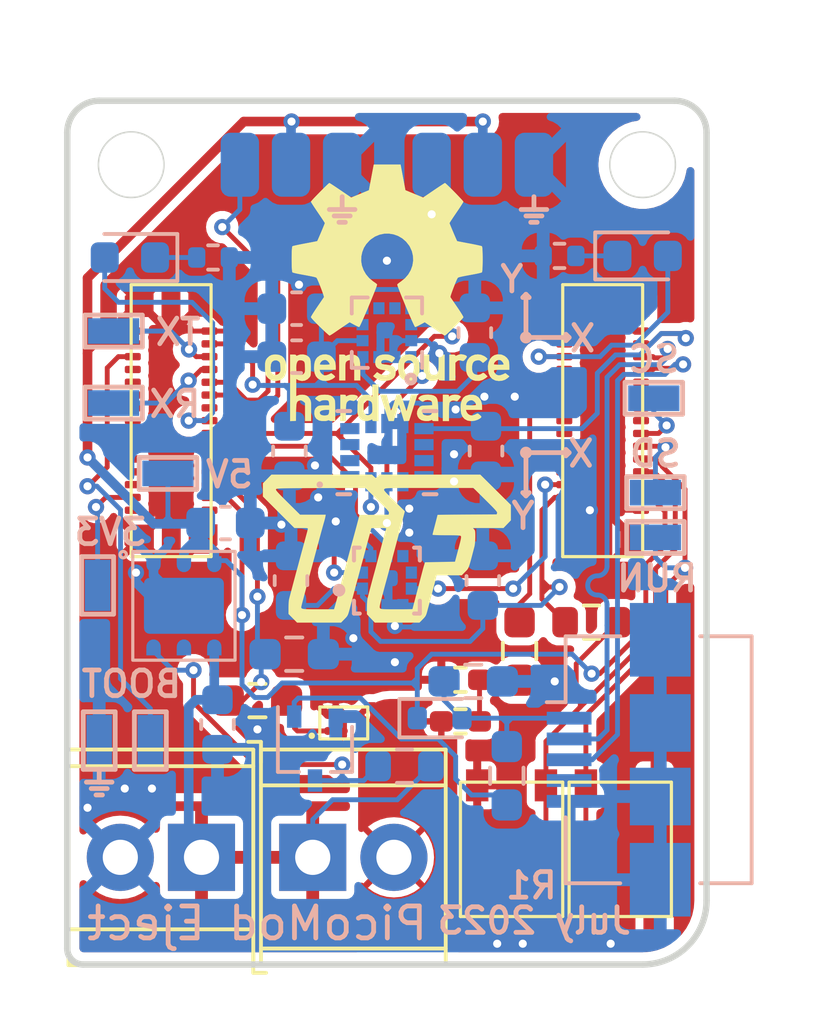
<source format=kicad_pcb>
(kicad_pcb (version 20221018) (generator pcbnew)
  (layers (0 "F.Cu" signal) (31 "B.Cu" signal) (34 "B.Paste" user) (35 "F.Paste" user) (36 "B.SilkS" user "B.Silkscreen") (37 "F.SilkS" user "F.Silkscreen") (38 "B.Mask" user) (39 "F.Mask" user) (44 "Edge.Cuts" user))
  (net 0 "")
  (net 1 "+3V3")
  (net 2 "GND")
  (net 3 "+5V")
  (net 4 "/USB_DP")
  (net 14 "/TX0")
  (net 15 "/RX0")
  (net 16 "/SCK0")
  (net 17 "/MOSI0")
  (net 18 "/MISO0")
  (net 19 "/GPIO5")
  (net 20 "/SDA")
  (net 21 "/GPIO9")
  (net 22 "/GPIO10")
  (net 23 "/GPIO11")
  (net 24 "/MISO1")
  (net 25 "/SWCLK")
  (net 26 "/SWDIO")
  (net 27 "/RUN")
  (net 28 "/GPIO13")
  (net 29 "/SCK1")
  (net 30 "/MOSI1")
  (net 31 "/GPIO16")
  (net 32 "/GPIO17")
  (net 33 "/GPIO18")
  (net 34 "/GPIO19")
  (net 35 "/GPIO20")
  (net 36 "/GPIO21")
  (net 37 "/GPIO22")
  (net 38 "/GPIO23")
  (net 39 "/GPIO24")
  (net 40 "/ADC0")
  (net 41 "/ADC1")
  (net 42 "/ADC2")
  (net 43 "/ADC3")
  (net 44 "/SCL")
  (net 45 "/BOOTSEL")
  (net 46 "/VREG_EN")
  (net 58 "/PYRO+")
  (net 59 "Net-(R3-Pad2)")
  (net 60 "Net-(D1-K)")
  (net 61 "Net-(D2-K)")
  (net 62 "Net-(Q1-G)")
  (net 63 "/USB_DN")
  (net 64 "+BATT")
  (net 65 "VBUS")
  (net 69 "Net-(U3-C1)")
  (net 71 "Net-(Q2-B)")
  (net 72 "/5V_EN")
  (footprint "Resistor_SMD:R_0603_1608Metric_Pad0.98x0.95mm_HandSolder" (layer "F.Cu") (at 25.95 38.75 180)
    (fp_text reference "R8" hide)
    (fp_text value "100")
  )
  (footprint "Resistor_SMD:R_0402_1005Metric_Pad0.72x0.64mm_HandSolder" (layer "F.Cu") (at 32.3 39.4 180)
    (fp_text reference "R4" hide)
    (fp_text value "180k")
  )
  (footprint "Resistor_SMD:R_0402_1005Metric_Pad0.72x0.64mm_HandSolder" (layer "F.Cu") (at 32.3 38.1)
    (fp_text reference "R3" hide)
    (fp_text value "100k")
  )
  (footprint "Customs_Buttons:PTS815 SJM 250" (layer "F.Cu") (at 37.3 43.4 90)
    (fp_text reference "SW1" hide)
    (fp_text value "SW_Push" hide)
  )
  (footprint "Resistor_SMD:R_0603_1608Metric" (layer "F.Cu") (at 36.4 36.3)
    (fp_text reference "R7" hide)
    (fp_text value "10k")
  )
  (footprint "TerminalBlock_TE-Connectivity:TerminalBlock_TE_282834-2_1x02_P2.54mm_Horizontal" (layer "F.Cu") (at 24.2 43.65 180)
    (fp_text reference "J4" hide)
    (fp_text value "Conn_01x02" hide)
  )
  (footprint "Customs_Connectors:TE-3-2363962-0_30x0.4mm_Recepticle" (layer "F.Cu") (at 23.25 30 90)
    (fp_text reference "J3" hide)
    (fp_text value "Conn_02x15_Top_Bottom" hide)
  )
  (footprint "Customs_Connectors:TE-3-2363962-0_30x0.4mm_Recepticle" (layer "F.Cu") (at 36.75 30 90)
    (fp_text reference "J2" hide)
    (fp_text value "Conn_02x15_Top_Bottom" hide)
  )
  (footprint "Symbol:OSHW-Logo_7.5x8mm_SilkScreen" (layer "F.Cu") (at 30 26)
    (fp_text reference "N1" hide)
    (fp_text value "Housing" hide)
  )
  (footprint "Customs_Connectors:MountingHole_2mm_M2" (layer "F.Cu") (at 22 22 90)
    (fp_text reference "H1" hide)
    (fp_text value "MountingHole")
  )
  (footprint "TerminalBlock_TE-Connectivity:TerminalBlock_TE_282834-2_1x02_P2.54mm_Horizontal" (layer "F.Cu") (at 27.68 43.65)
    (fp_text reference "J5" hide)
    (fp_text value "Conn_01x02")
  )
  (footprint "Customs_Buttons:PTS815 SJM 250" (layer "F.Cu") (at 33.9 43.4 -90)
    (fp_text reference "SW2" hide)
    (fp_text value "SW_Push" hide)
  )
  (footprint "Customs_Power:MOSFET_SI8406DB-T2-E1" (layer "F.Cu") (at 28.65 39.45)
    (fp_text reference "Q1" hide)
    (fp_text value "NMOS")
  )
  (footprint "Customs_Connectors:MountingHole_2mm_M2" (layer "F.Cu") (at 38 22 90)
    (fp_text reference "H2" hide)
    (fp_text value "MountingHole")
  )
  (footprint "Resistor_SMD:R_0603_1608Metric_Pad0.98x0.95mm_HandSolder" (layer "F.Cu") (at 34.15 37.2 -90)
    (fp_text reference "R5" hide)
    (fp_text value "10k")
  )
  (footprint "LOGO" (layer "F.Cu") (at 30 34)
    (fp_text reference "G***" hide)
    (fp_text value "LOGO" hide)
  )
  (footprint "Capacitor_SMD:C_0603_1608Metric" (layer "B.Cu") (at 27.175 28 180)
    (fp_text reference "C7" hide)
    (fp_text value "1u")
  )
  (footprint "Package_TO_SOT_SMD:SOT-323_SC-70" (layer "B.Cu") (at 27.75 40.25 -90)
    (fp_text reference "Q2" hide)
    (fp_text value "~")
  )
  (footprint "Resistor_SMD:R_0603_1608Metric_Pad0.98x0.95mm_HandSolder" (layer "B.Cu") (at 27.1 37.3 180)
    (fp_text reference "R2" hide)
    (fp_text value "470")
  )
  (footprint "Customs_Connectors:TestPoint_Loop_1.6x0.8mm" (layer "B.Cu") (at 23.15 31.65)
    (fp_text reference "TP2" hide)
    (fp_text value "TestPoint" hide)
  )
  (footprint "Customs_Connectors:TestPoint_Loop_1.6x0.8mm" (layer "B.Cu") (at 21.45 27.2 180)
    (fp_text reference "TP7" hide)
    (fp_text value "TestPoint")
  )
  (footprint "Customs_Connectors:TestPoint_Loop_1.6x0.8mm" (layer "B.Cu") (at 22.6 40 -90)
    (fp_text reference "TP6" hide)
    (fp_text value "TestPoint")
  )
  (footprint "Resistor_SMD:R_0603_1608Metric" (layer "B.Cu") (at 30.55 40.8)
    (fp_text reference "R10" hide)
    (fp_text value "10k")
  )
  (footprint "Customs_Connectors:TestPoint_Loop_1.6x0.8mm" (layer "B.Cu") (at 38.4 32.25 180)
    (fp_text reference "TP4" hide)
    (fp_text value "TestPoint" hide)
  )
  (footprint "Capacitor_SMD:C_0603_1608Metric" (layer "B.Cu") (at 27.175 26.5 180)
    (fp_text reference "C5" hide)
    (fp_text value "100n")
  )
  (footprint "Customs_Power:LDL212PU-5V-Regulator" (layer "B.Cu") (at 23.65 35.7875)
    (fp_text reference "U4" hide)
    (fp_text value "~")
  )
  (footprint "Resistor_SMD:R_0603_1608Metric_Pad0.98x0.95mm_HandSolder" (layer "B.Cu") (at 33.75 41.1 90)
    (fp_text reference "R9" hide)
    (fp_text value "10k")
  )
  (footprint "Customs_Connectors:TestPoint_Loop_1.6x0.8mm" (layer "B.Cu") (at 21.45 29.45 180)
    (fp_text reference "TP8" hide)
    (fp_text value "TestPoint")
  )
  (footprint "Customs_Connectors:1x3-Servo-Connector-1.2x2mm" (layer "B.Cu") (at 27 22)
    (fp_text reference "M1" hide)
    (fp_text value "Motor_Servo")
  )
  (footprint "Capacitor_SMD:C_0603_1608Metric" (layer "B.Cu") (at 24.95 33.2)
    (fp_text reference "C9" hide)
    (fp_text value "4.7u")
  )
  (footprint "Capacitor_SMD:C_0603_1608Metric" (layer "B.Cu") (at 33 35 90)
    (fp_text reference "C2" hide)
    (fp_text value "100n")
  )
  (footprint "Customs_Sensors:PQFN50P300X250X86-14N" (layer "B.Cu") (at 30 31)
    (fp_text reference "U2" hide)
    (fp_text value "LSM6DSMTR")
  )
  (footprint "Capacitor_SMD:C_0603_1608Metric" (layer "B.Cu") (at 26.95 30.95 -90)
    (fp_text reference "C4" hide)
    (fp_text value "100n")
  )
  (footprint "Capacitor_SMD:C_0603_1608Metric" (layer "B.Cu") (at 24.7 39.5 -90)
    (fp_text reference "C8" hide)
    (fp_text value "1u")
  )
  (footprint "Customs_Connectors:TestPoint_Loop_1.6x0.8mm" (layer "B.Cu") (at 20.95 35.15 -90)
    (fp_text reference "TP1" hide)
    (fp_text value "TestPoint" hide)
  )
  (footprint "Resistor_SMD:R_0402_1005Metric" (layer "B.Cu") (at 35.4 24.85)
    (fp_text reference "R1" hide)
    (fp_text value "470")
  )
  (footprint "LED_SMD:LED_0603_1608Metric" (layer "B.Cu") (at 38 24.85)
    (fp_text reference "D1" hide)
    (fp_text value "LED")
  )
  (footprint "Customs_Connectors:TestPoint_Loop_1.6x0.8mm" (layer "B.Cu") (at 21 40 -90)
    (fp_text reference "TP9" hide)
    (fp_text value "TestPoint" hide)
  )
  (footprint "Customs_Connectors:1x3-Servo-Connector-1.2x2mm" (layer "B.Cu") (at 33 22)
    (fp_text reference "M2" hide)
    (fp_text value "Motor_Servo")
  )
  (footprint "Resistor_SMD:R_0402_1005Metric" (layer "B.Cu") (at 24.56 24.9 180)
    (fp_text reference "R6" hide)
    (fp_text value "470")
  )
  (footprint "LED_SMD:LED_0603_1608Metric" (layer "B.Cu") (at 21.96 24.9 180)
    (fp_text reference "D2" hide)
    (fp_text value "LED")
  )
  (footprint "Capacitor_SMD:C_0603_1608Metric" (layer "B.Cu") (at 27 35 90)
    (fp_text reference "C1" hide)
    (fp_text value "100n")
  )
  (footprint "Customs_Sensors:PQFN50P200X200X80-10N" (layer "B.Cu") (at 30 35)
    (fp_text reference "U1" hide)
    (fp_text value "BMP388")
  )
  (footprint "Connector_USB:USB_Micro-B_Amphenol_10104110_Horizontal" (layer "B.Cu") (at 37.25 40.6 -90)
    (fp_text reference "J1" hide)
    (fp_text value "USB_B_Micro")
  )
  (footprint "Capacitor_SMD:C_0603_1608Metric" (layer "B.Cu") (at 32.75 27.25 90)
    (fp_text reference "C6" hide)
    (fp_text value "100n")
  )
  (footprint "Customs_Connectors:TestPoint_Loop_1.6x0.8mm" (layer "B.Cu") (at 38.35 29.3 180)
    (fp_text reference "TP5" hide)
    (fp_text value "TestPoint" hide)
  )
  (footprint "Resistor_SMD:R_0603_1608Metric_Pad0.98x0.95mm_HandSolder" (layer "B.Cu") (at 32.7 38.15)
    (fp_text reference "R11" hide)
    (fp_text value "10k")
  )
  (footprint "Package_LGA:LGA-12_2x2mm_P0.5mm" (layer "B.Cu") (at 30 27.25 90)
    (fp_text reference "U3" hide)
    (fp_text value "LIS3MDL")
  )
  (footprint "Capacitor_SMD:C_0603_1608Metric" (layer "B.Cu") (at 33.1 30.95 -90)
    (fp_text reference "C3" hide)
    (fp_text value "100n")
  )
  (footprint "Customs_Connectors:TestPoint_Loop_1.6x0.8mm" (layer "B.Cu") (at 38.4 33.65 180)
    (fp_text reference "TP3" hide)
    (fp_text value "TestPoint" hide)
  )
  (footprint "Diode_SMD:D_SOD-523" (layer "B.Cu") (at 31.65 39.3)
    (fp_text reference "D3" hide)
    (fp_text value "D")
  )
  (gr_line (start 20.9 41.7) (end 21.1 41.7) (stroke (width 0.15)) (layer "B.SilkS"))
  (gr_line (start 20.75 41.5) (end 21.25 41.5) (stroke (width 0.15)) (layer "B.SilkS"))
  (gr_line (start 34.5 23.8) (end 34.7 23.8) (stroke (width 0.15)) (layer "B.SilkS"))
  (gr_line (start 34.6 23.4) (end 34.2 23.4) (stroke (width 0.15)) (layer "B.SilkS"))
  (gr_line (start 34.35 31) (end 35.7 31) (stroke (width 0.15)) (layer "B.SilkS"))
  (gr_circle (center 34.35 31) (end 34.45 31.05) (stroke (width 0.15)) (fill none) (layer "B.SilkS"))
  (gr_line (start 35.7 27.4) (end 35.6 27.3) (stroke (width 0.15)) (layer "B.SilkS"))
  (gr_line (start 34.35 26.05) (end 34.45 26.15) (stroke (width 0.15)) (layer "B.SilkS"))
  (gr_line (start 34.6 23) (end 34.6 23.4) (stroke (width 0.15)) (layer "B.SilkS"))
  (gr_line (start 34.35 32.35) (end 34.25 32.25) (stroke (width 0.15)) (layer "B.SilkS"))
  (gr_line (start 34.35 32.35) (end 34.45 32.25) (stroke (width 0.15)) (layer "B.SilkS"))
  (gr_line (start 28.6 23.4) (end 29 23.4) (stroke (width 0.15)) (layer "B.SilkS"))
  (gr_line (start 28.35 23.6) (end 28.85 23.6) (stroke (width 0.15)) (layer "B.SilkS"))
  (gr_line (start 34.35 31) (end 34.35 32.35) (stroke (width 0.15)) (layer "B.SilkS"))
  (gr_line (start 28.5 23.8) (end 28.7 23.8) (stroke (width 0.15)) (layer "B.SilkS"))
  (gr_line (start 35.7 31) (end 35.6 31.1) (stroke (width 0.15)) (layer "B.SilkS"))
  (gr_circle (center 34.35 27.4) (end 34.45 27.35) (stroke (width 0.15)) (fill none) (layer "B.SilkS"))
  (gr_circle (center 30.75 28.7) (end 30.8 28.7) (stroke (width 0.15)) (fill none) (layer "B.SilkS"))
  (gr_line (start 34.35 27.4) (end 35.7 27.4) (stroke (width 0.15)) (layer "B.SilkS"))
  (gr_line (start 34.35 27.4) (end 34.35 26.05) (stroke (width 0.15)) (layer "B.SilkS"))
  (gr_line (start 34.35 23.6) (end 34.85 23.6) (stroke (width 0.15)) (layer "B.SilkS"))
  (gr_line (start 28.6 23) (end 28.6 23.4) (stroke (width 0.15)) (layer "B.SilkS"))
  (gr_line (start 34.6 23.4) (end 35 23.4) (stroke (width 0.15)) (layer "B.SilkS"))
  (gr_line (start 21 41.3) (end 21.4 41.3) (stroke (width 0.15)) (layer "B.SilkS"))
  (gr_line (start 28.6 23.4) (end 28.2 23.4) (stroke (width 0.15)) (layer "B.SilkS"))
  (gr_line (start 21 40.9) (end 21 41.3) (stroke (width 0.15)) (layer "B.SilkS"))
  (gr_line (start 35.7 27.4) (end 35.6 27.5) (stroke (width 0.15)) (layer "B.SilkS"))
  (gr_line (start 34.35 26.05) (end 34.25 26.15) (stroke (width 0.15)) (layer "B.SilkS"))
  (gr_line (start 21 41.3) (end 20.6 41.3) (stroke (width 0.15)) (layer "B.SilkS"))
  (gr_line (start 35.7 31) (end 35.6 30.9) (stroke (width 0.15)) (layer "B.SilkS"))
  (gr_circle (center 38 22) (end 39 22) (stroke (width 0.1)) (fill none) (layer "Edge.Cuts"))
  (gr_arc (start 20 20.999993) (mid 20.292891 20.292889) (end 20.999993 19.999993) (stroke (width 0.2)) (layer "Edge.Cuts"))
  (gr_line (start 38 47) (end 20.500001 47) (stroke (width 0.2)) (layer "Edge.Cuts"))
  (gr_line (start 20.999993 19.999993) (end 39.000127 19.999873) (stroke (width 0.2)) (layer "Edge.Cuts"))
  (gr_arc (start 39.000127 19.999873) (mid 39.707161 20.292809) (end 40 20.999873) (stroke (width 0.2)) (layer "Edge.Cuts"))
  (gr_line (start 40 20.999873) (end 40 45) (stroke (width 0.2)) (layer "Edge.Cuts"))
  (gr_arc (start 40 45) (mid 39.414214 46.414214) (end 38 47) (stroke (width 0.2)) (layer "Edge.Cuts"))
  (gr_circle (center 22 22) (end 23 22) (stroke (width 0.1)) (fill none) (layer "Edge.Cuts"))
  (gr_line (start 20.00001 46.5) (end 20 20.999993) (stroke (width 0.2)) (layer "Edge.Cuts"))
  (gr_arc (start 20.500001 47) (mid 20.146452 46.853552) (end 20.00001 46.5) (stroke (width 0.2)) (layer "Edge.Cuts"))
  (gr_text "X" (at 36.6 27.9) (layer "B.SilkS") (effects (font (size 0.8 0.8)) (justify left bottom mirror)))
  (gr_text "BOOT" (at 23.65 38.7) (layer "B.SilkS") (effects (font (size 0.8 0.8)) (justify left bottom mirror)))
  (gr_text "5V" (at 25.9 32.15) (layer "B.SilkS") (effects (font (size 0.8 0.8)) (justify left bottom mirror)))
  (gr_text "TX" (at 24.25 27.7) (layer "B.SilkS") (effects (font (size 0.8 0.8)) (justify left bottom mirror)))
  (gr_text "X" (at 36.55 31.5) (layer "B.SilkS") (effects (font (size 0.8 0.8)) (justify left bottom mirror)))
  (gr_text "RUN" (at 38.45 35.4) (layer "B.SilkS") (effects (font (size 0.8 0.8)) (justify bottom mirror)))
  (gr_text "SD" (at 38.4 31.5) (layer "B.SilkS") (effects (font (size 0.8 0.8)) (justify bottom mirror)))
  (gr_text "July 2023" (at 31.5 46.1) (layer "B.SilkS") (effects (font (size 0.8 0.8) (thickness 0.15) bold) (justify right bottom mirror)))
  (gr_text "SC" (at 38.35 28.55) (layer "B.SilkS") (effects (font (size 0.8 0.8)) (justify bottom mirror)))
  (gr_text "Y" (at 34.7 33.45) (layer "B.SilkS") (effects (font (size 0.8 0.8)) (justify left bottom mirror)))
  (gr_text "RX" (at 24.25 29.95) (layer "B.SilkS") (effects (font (size 0.8 0.8)) (justify left bottom mirror)))
  (gr_text "3V3" (at 22.55 33.95) (layer "B.SilkS") (effects (font (size 0.8 0.8)) (justify left bottom mirror)))
  (gr_text "PicoMod Eject" (at 31.35 46.3) (layer "B.SilkS") (effects (font (size 1 1)) (justify left bottom mirror)))
  (gr_text "R1" (at 35.4 45) (layer "B.SilkS") (effects (font (size 0.8 0.8) (thickness 0.15) bold) (justify left bottom mirror)))
  (gr_text "Y" (at 34.35 26.05) (layer "B.SilkS") (effects (font (size 0.8 0.8)) (justify left bottom mirror)))
  (segment (start 34.85 35.2) (end 34.85 35.4) (width 0.1524) (layer "F.Cu") (net 1))
  (segment (start 35.55 32.4) (end 35.247697 32.4) (width 0.1524) (layer "F.Cu") (net 1))
  (segment (start 34.85 35.575) (end 35.575 36.3) (width 0.1524) (layer "F.Cu") (net 1))
  (segment (start 34.85 35.4) (end 35.05 35.2) (width 0.1524) (layer "F.Cu") (net 1))
  (segment (start 21.2 32.4) (end 20.9 32.7) (width 0.1524) (layer "F.Cu") (net 1))
  (segment (start 22.05 32.4) (end 21.2 32.4) (width 0.1524) (layer "F.Cu") (net 1))
  (segment (start 37.95 27.6) (end 38.258546 27.6) (width 0.1524) (layer "F.Cu") (net 1))
  (segment (start 35.05 35.2) (end 35.4 35.2) (width 0.1524) (layer "F.Cu") (net 1))
  (segment (start 35.05 35.2) (end 34.85 35) (width 0.1524) (layer "F.Cu") (net 1))
  (segment (start 34.85 35.4) (end 34.85 35.575) (width 0.1524) (layer "F.Cu") (net 1))
  (segment (start 38.582623 27.275923) (end 39.204667 27.275923) (width 0.1524) (layer "F.Cu") (net 1))
  (segment (start 24.45 27.6) (end 25.2 27.6) (width 0.1524) (layer "F.Cu") (net 1))
  (segment (start 25.2 27.6) (end 25.8 28.2) (width 0.1524) (layer "F.Cu") (net 1))
  (segment (start 39.204667 27.275923) (end 39.349332 27.420588) (width 0.1524) (layer "F.Cu") (net 1))
  (segment (start 34.85 32.797697) (end 34.85 35) (width 0.1524) (layer "F.Cu") (net 1))
  (segment (start 34.85 35) (end 34.85 35.2) (width 0.1524) (layer "F.Cu") (net 1))
  (segment (start 25.8 28.2) (end 25.8 28.875) (width 0.1524) (layer "F.Cu") (net 1))
  (segment (start 38.258546 27.6) (end 38.582623 27.275923) (width 0.1524) (layer "F.Cu") (net 1))
  (segment (start 35.247697 32.4) (end 34.85 32.797697) (width 0.1524) (layer "F.Cu") (net 1))
  (segment (start 34.85 35.2) (end 35.05 35.2) (width 0.1524) (layer "F.Cu") (net 1))
  (via (at 25.8 28.875) (size 0.508) (drill 0.254) (layers "F.Cu" "B.Cu") (net 1))
  (via (at 35.4 35.2) (size 0.508) (drill 0.254) (layers "F.Cu" "B.Cu") (net 1))
  (via (at 39.349332 27.420588) (size 0.508) (drill 0.254) (layers "F.Cu" "B.Cu") (net 1))
  (via (at 20.9 32.7) (size 0.508) (drill 0.254) (layers "F.Cu" "B.Cu") (net 1))
  (segment (start 26.1614 28.9) (end 26.1386 28.9) (width 0.1524) (layer "B.Cu") (net 1))
  (segment (start 26.95 29.0386) (end 26.95 28.9) (width 0.1524) (layer "B.Cu") (net 1))
  (segment (start 29.2375 27.5) (end 28.45 27.5) (width 0.1524) (layer "B.Cu") (net 1))
  (segment (start 20.9 32.7) (end 20.95 32.75) (width 0.1524) (layer "B.Cu") (net 1))
  (segment (start 26.8 28.9) (end 26.8114 28.9) (width 0.1524) (layer "B.Cu") (net 1))
  (segment (start 25.8 28.875) (end 25.825 28.9) (width 0.1524) (layer "B.Cu") (net 1))
  (segment (start 20.95 32.75) (end 20.95 35.25) (width 0.1524) (layer "B.Cu") (net 1))
  (segment (start 26.8114 28.9) (end 26.95 29.0386) (width 0.1524) (layer "B.Cu") (net 1))
  (segment (start 34.825 35.775) (end 33 35.775) (width 0.1524) (layer "B.Cu") (net 1))
  (segment (start 30.75 26.4875) (end 30.75 26.1476) (width 0.1524) (layer "B.Cu") (net 1))
  (segment (start 30.75 26.1476) (end 30.5024 25.9) (width 0.1524) (layer "B.Cu") (net 1))
  (segment (start 27.825 35.775) (end 27 35.775) (width 0.1524) (layer "B.Cu") (net 1))
  (segment (start 29.05 28.9) (end 27.15 28.9) (width 0.1524) (layer "B.Cu") (net 1))
  (segment (start 29.5 35.765) (end 29.5 36.6) (width 0.1524) (layer "B.Cu") (net 1))
  (segment (start 36.5815 29.7685) (end 36.1 30.25) (width 0.1524) (layer "B.Cu") (net 1))
  (segment (start 27.95 26.5) (end 27.95 28) (width 0.1524) (layer "B.Cu") (net 1))
  (segment (start 38.582623 27.275923) (end 37.913346 27.9452) (width 0.1524) (layer "B.Cu") (net 1))
  (segment (start 26.8 28.9) (end 26.1614 28.9) (width 0.1524) (layer "B.Cu") (net 1))
  (segment (start 27.15 28.9) (end 27.0886 28.9) (width 0.1524) (layer "B.Cu") (net 1))
  (segment (start 27.15 28.9) (end 26.95 28.9) (width 0.1524) (layer "B.Cu") (net 1))
  (segment (start 29.5 29.35) (end 29.05 28.9) (width 0.1524) (layer "B.Cu") (net 1))
  (segment (start 29.235 35.5) (end 29.5 35.765) (width 0.1524) (layer "B.Cu") (net 1))
  (segment (start 39.349332 27.420588) (end 39.204667 27.275923) (width 0.1524) (layer "B.Cu") (net 1))
  (segment (start 35.4 35.2) (end 34.825 35.775) (width 0.1524) (layer "B.Cu") (net 1))
  (segment (start 27.0886 28.9) (end 26.95 29.0386) (width 0.1524) (layer "B.Cu") (net 1))
  (segment (start 37.913346 27.9452) (end 37.153561 27.9452) (width 0.1524) (layer "B.Cu") (net 1))
  (segment (start 27.95 28) (end 27.95 28.725) (width 0.1524) (layer "B.Cu") (net 1))
  (segment (start 28.55 25.9) (end 27.95 26.5) (width 0.1524) (layer "B.Cu") (net 1))
  (segment (start 28.45 27) (end 29.2375 27) (width 0.1524) (layer "B.Cu") (net 1))
  (segment (start 29.235 35.25) (end 28.35 35.25) (width 0.1524) (layer "B.Cu") (net 1))
  (segment (start 33 36.5) (end 33 35.775) (width 0.1524) (layer "B.Cu") (net 1))
  (segment (start 37.153561 27.9452) (end 36.5815 28.517261) (width 0.1524) (layer "B.Cu") (net 1))
  (segment (start 26.95 30.175) (end 26.95 29.0386) (width 0.1524) (layer "B.Cu") (net 1))
  (segment (start 29.235 35.25) (end 29.235 35.5) (width 0.1524) (layer "B.Cu") (net 1))
  (segment (start 39.204667 27.275923) (end 38.582623 27.275923) (width 0.1524) (layer "B.Cu") (net 1))
  (segment (start 27.95 28.725) (end 27.775 28.9) (width 0.1524) (layer "B.Cu") (net 1))
  (segment (start 26.95 28.9) (end 26.8 28.9) (width 0.1524) (layer "B.Cu") (net 1))
  (segment (start 27.95 26.5) (end 28.45 27) (width 0.1524) (layer "B.Cu") (net 1))
  (segment (start 36.5815 28.517261) (end 36.5815 29.7685) (width 0.1524) (layer "B.Cu") (net 1))
  (segment (start 28.45 27.5) (end 27.95 28) (width 0.1524) (layer "B.Cu") (net 1))
  (segment (start 29.5 30.09) (end 29.5 29.35) (width 0.1524) (layer "B.Cu") (net 1))
  (segment (start 29.8 36.9) (end 32.6 36.9) (width 0.1524) (layer "B.Cu") (net 1))
  (segment (start 25.825 28.9) (end 26.1614 28.9) (width 0.1524) (layer "B.Cu") (net 1))
  (segment (start 36.1 30.25) (end 31.16 30.25) (width 0.1524) (layer "B.Cu") (net 1))
  (segment (start 29.5 36.6) (end 29.8 36.9) (width 0.1524) (layer "B.Cu") (net 1))
  (segment (start 28.35 35.25) (end 27.825 35.775) (width 0.1524) (layer "B.Cu") (net 1))
  (segment (start 30.5024 25.9) (end 28.55 25.9) (width 0.1524) (layer "B.Cu") (net 1))
  (segment (start 27.95 28.725) (end 28.125 28.9) (width 0.1524) (layer "B.Cu") (net 1))
  (segment (start 32.6 36.9) (end 33 36.5) (width 0.1524) (layer "B.Cu") (net 1))
  (segment (start 36.75 32.8) (end 37.95 32.8) (width 0.1524) (layer "F.Cu") (net 2))
  (segment (start 37.75 33.7) (end 37.65 33.7) (width 0.1524) (layer "F.Cu") (net 2))
  (segment (start 35.75 33.7) (end 35.85 33.7) (width 0.1524) (layer "F.Cu") (net 2))
  (segment (start 22.05 27.2) (end 21.15 27.2) (width 0.1524) (layer "F.Cu") (net 2))
  (segment (start 35.85 33.7) (end 36.75 32.8) (width 0.1524) (layer "F.Cu") (net 2))
  (segment (start 28.65 39.85) (end 28.25 40.25) (width 0.2) (layer "F.Cu") (net 2))
  (segment (start 35.55 27.2) (end 37.95 27.2) (width 0.1524) (layer "F.Cu") (net 2))
  (segment (start 28.15 39.2) (end 28.65 39.2) (width 0.2) (layer "F.Cu") (net 2))
  (segment (start 28.65 39.7) (end 28.65 39.85) (width 0.2) (layer "F.Cu") (net 2))
  (segment (start 35.55 32.8) (end 36.75 32.8) (width 0.1524) (layer "F.Cu") (net 2))
  (segment (start 28.65 39.7) (end 28.65 39.2) (width 0.2) (layer "F.Cu") (net 2))
  (segment (start 24.45 27.2) (end 25.3 27.2) (width 0.1524) (layer "F.Cu") (net 2))
  (segment (start 37.65 33.7) (end 36.75 32.8) (width 0.1524) (layer "F.Cu") (net 2))
  (segment (start 22.05 27.2) (end 24.45 27.2) (width 0.1524) (layer "F.Cu") (net 2))
  (via (at 37 46.35) (size 0.508) (drill 0.254) (layers "F.Cu" "B.Cu") (net 2))
  (via (at 34 29.25) (size 0.508) (drill 0.254) (layers "F.Cu" "B.Cu") (net 2))
  (via (at 28.4 33.15) (size 0.508) (drill 0.254) (layers "F.Cu" "B.Cu") (net 2))
  (via (at 22.65 41.5) (size 0.508) (drill 0.254) (layers "F.Cu" "B.Cu") (net 2))
  (via (at 30.25 37.55) (size 0.508) (drill 0.254) (layers "F.Cu" "B.Cu") (net 2))
  (via (at 25.95 39.65) (size 0.508) (drill 0.254) (layers "F.Cu" "B.Cu") (net 2))
  (via (at 33.45 46.35) (size 0.508) (drill 0.254) (layers "F.Cu" "B.Cu") (net 2))
  (via (at 27.85 32.4) (size 0.508) (drill 0.254) (layers "F.Cu" "B.Cu") (net 2))
  (via (at 36.35 32.8) (size 0.508) (drill 0.254) (layers "F.Cu" "B.Cu") (net 2))
  (via (at 22.15 34.75) (size 0.508) (drill 0.254) (layers "F.Cu" "B.Cu") (net 2))
  (via (at 21.8 41.5) (size 0.508) (drill 0.254) (layers "F.Cu" "B.Cu") (net 2))
  (via (at 20.634508 42.1) (size 0.508) (drill 0.254) (layers "F.Cu" "B.Cu") (net 2))
  (via (at 35.25 38.15) (size 0.508) (drill 0.254) (layers "F.Cu" "B.Cu") (net 2))
  (via (at 33.05 29.25) (size 0.508) (drill 0.254) (layers "F.Cu" "B.Cu") (net 2))
  (via (at 28.95 36.8) (size 0.508) (drill 0.254) (layers "F.Cu" "B.Cu") (net 2))
  (via (at 32.15 29.65) (size 0.508) (drill 0.254) (layers "F.Cu" "B.Cu") (net 2))
  (via (at 30.25 36.4179) (size 0.508) (drill 0.254) (layers "F.Cu" "B.Cu") (net 2))
  (via (at 30.7 33.5) (size 0.508) (drill 0.254) (layers "F.Cu" "B.Cu") (net 2))
  (via (at 30 25) (size 0.508) (drill 0.254) (layers "F.Cu" "B.Cu") (net 2))
  (via (at 32.1 31.9) (size 0.508) (drill 0.254) (layers "F.Cu" "B.Cu") (net 2))
  (via (at 34.25 46.35) (size 0.508) (drill 0.254) (layers "F.Cu" "B.Cu") (net 2))
  (via (at 26.7 33.25) (size 0.508) (drill 0.254) (layers "F.Cu" "B.Cu") (net 2))
  (via (at 32.1 31.05) (size 0.508) (drill 0.254) (layers "F.Cu" "B.Cu") (net 2))
  (via (at 27.75 31.4) (size 0.508) (drill 0.254) (layers "F.Cu" "B.Cu") (net 2))
  (via (at 30.7 32.75) (size 0.508) (drill 0.254) (layers "F.Cu" "B.Cu") (net 2))
  (via (at 27.25 25.75) (size 0.508) (drill 0.254) (layers "F.Cu" "B.Cu") (net 2))
  (via (at 31.640897 27.890897) (size 0.508) (drill 0.254) (layers "F.Cu" "B.Cu") (net 2))
  (segment (start 30.35 29.5) (end 30.375 29.525) (width 0.1524) (layer "B.Cu") (net 2))
  (segment (start 29.5 34) (end 29.15 33.65) (width 0.1524) (layer "B.Cu") (net 2))
  (segment (start 30.15 29.5) (end 30.35 29.5) (width 0.1524) (layer "B.Cu") (net 2))
  (segment (start 33.1 31.725) (end 33.3076 31.5174) (width 0.1524) (layer "B.Cu") (net 2))
  (segment (start 30.7625 27.5) (end 31.25 27.5) (width 0.1524) (layer "B.Cu") (net 2))
  (segment (start 30.15 29.5) (end 30.2 29.45) (width 0.1524) (layer "B.Cu") (net 2))
  (segment (start 30.5 35.765) (end 31.015 35.765) (width 0.1524) (layer "B.Cu") (net 2))
  (segment (start 30.5 29.45) (end 30.5 29.65) (width 0.1524) (layer "B.Cu") (net 2))
  (segment (start 33.6125 38.15) (end 35.25 38.15) (width 0.1524) (layer "B.Cu") (net 2))
  (segment (start 31.015 35.765) (end 31.2 35.95) (width 0.1524) (layer "B.Cu") (net 2))
  (segment (start 30.5 36.1679) (end 30.5 35.765) (width 0.1524) (layer "B.Cu") (net 2))
  (segment (start 29.5 34.235) (end 29.5 34) (width 0.1524) (layer "B.Cu") (net 2))
  (segment (start 22.8875 35.7875) (end 22.15 35.05) (width 0.3) (layer "B.Cu") (net 2))
  (segment (start 30.25 36.4179) (end 30 36.1679) (width 0.1524) (layer "B.Cu") (net 2))
  (segment (start 30.25 27.6726) (end 30.4226 27.5) (width 0.1524) (layer "B.Cu") (net 2))
  (segment (start 33.3076 31.5174) (end 35.5174 31.5174) (width 0.1524) (layer "B.Cu") (net 2))
  (segment (start 36.35 32.35) (end 36.35 32.8) (width 0.1524) (layer "B.Cu") (net 2))
  (segment (start 30.25 36.4179) (end 30.2821 36.45) (width 0.1524) (layer "B.Cu") (net 2))
  (segment (start 30 29.65) (end 30.15 29.5) (width 0.1524) (layer "B.Cu") (net 2))
  (segment (start 30.5 29.65) (end 30.7 29.45) (width 0.1524) (layer "B.Cu") (net 2))
  (segment (start 30.5 29.45) (end 30.7 29.45) (width 0.1524) (layer "B.Cu") (net 2))
  (segment (start 28.885 34.235) (end 28.85 34.2) (width 0.1524) (layer "B.Cu") (net 2))
  (segment (start 30.25 36.4179) (end 30.5 36.1679) (width 0.1524) (layer "B.Cu") (net 2))
  (segment (start 29.5 34.235) (end 28.885 34.235) (width 0.1524) (layer "B.Cu") (net 2))
  (segment (start 31.05 29.45) (end 31.2 29.6) (width 0.1524) (layer "B.Cu") (net 2))
  (segment (start 30.25 28.0125) (end 30.25 27.6726) (width 0.1524) (layer "B.Cu") (net 2))
  (segment (start 30.3 29.45) (end 30.5 29.45) (width 0.1524) (layer "B.Cu") (net 2))
  (segment (start 35.5174 31.5174) (end 36.35 32.35) (width 0.1524) (layer "B.Cu") (net 2))
  (segment (start 22.7 34.8375) (end 23.65 35.7875) (width 0.3) (layer "B.Cu") (net 2))
  (segment (start 31.25 27.5) (end 31.640897 27.890897) (width 0.1524) (layer "B.Cu") (net 2))
  (segment (start 30.375 29.525) (end 30.3 29.45) (width 0.1524) (layer "B.Cu") (net 2))
  (segment (start 30.5 29.65) (end 30.375 29.525) (width 0.1524) (layer "B.Cu") (net 2))
  (segment (start 30.2821 36.45) (end 31.1 36.45) (width 0.1524) (layer "B.Cu") (net 2))
  (segment (start 30.5 30.09) (end 30.5 29.65) (width 0.1524) (layer "B.Cu") (net 2))
  (segment (start 30.4226 27.5) (end 30.7625 27.5) (width 0.1524) (layer "B.Cu") (net 2))
  (segment (start 22.15 35.05) (end 22.15 34.75) (width 0.3) (layer "B.Cu") (net 2))
  (segment (start 30.7 29.45) (end 31.05 29.45) (width 0.1524) (layer "B.Cu") (net 2))
  (segment (start 30 36.1679) (end 30 35.765) (width 0.1524) (layer "B.Cu") (net 2))
  (segment (start 22.7 34.375) (end 22.7 34.8375) (width 0.3) (layer "B.Cu") (net 2))
  (segment (start 30.2 29.45) (end 30.3 29.45) (width 0.1524) (layer "B.Cu") (net 2))
  (segment (start 30 30.09) (end 30 29.65) (width 0.1524) (layer "B.Cu") (net 2))
  (segment (start 20.634504 27.3) (end 20.634504 27.6) (width 0.3) (layer "F.Cu") (net 3))
  (segment (start 22.05 27.6) (end 20.9 27.6) (width 0.1524) (layer "F.Cu") (net 3))
  (segment (start 20.9 27.6) (end 20.9 27.634504) (width 0.1524) (layer "F.Cu") (net 3))
  (segment (start 20.634504 27.9) (end 20.634504 31.15) (width 0.3) (layer "F.Cu") (net 3))
  (segment (start 20.9 27.6) (end 20.634504 27.6) (width 0.1524) (layer "F.Cu") (net 3))
  (segment (start 38.1 36.468948) (end 38.1 34.5) (width 0.1524) (layer "F.Cu") (net 3))
  (segment (start 20.9 27.634504) (end 20.634504 27.9) (width 0.1524) (layer "F.Cu") (net 3))
  (segment (start 27.015547 20.65) (end 25.523495 20.65) (width 0.3) (layer "F.Cu") (net 3))
  (segment (start 25.523495 20.65) (end 20.634504 25.538991) (width 0.3) (layer "F.Cu") (net 3))
  (segment (start 38.2572 32.4) (end 37.95 32.4) (width 0.1524) (layer "F.Cu") (net 3))
  (segment (start 20.634504 25.538991) (end 20.634504 27.3) (width 0.3) (layer "F.Cu") (net 3))
  (segment (start 20.634504 27.6) (end 20.634504 27.9) (width 0.3) (layer "F.Cu") (net 3))
  (segment (start 38.7 33.9) (end 38.7 32.8428) (width 0.1524) (layer "F.Cu") (net 3))
  (segment (start 20.9 27.565496) (end 20.634504 27.3) (width 0.1524) (layer "F.Cu") (net 3))
  (segment (start 36.4042 37.909103) (end 36.659845 37.909103) (width 0.1524) (layer "F.Cu") (net 3))
  (segment (start 38.7 32.8428) (end 38.2572 32.4) (width 0.1524) (layer "F.Cu") (net 3))
  (segment (start 20.9 27.6) (end 20.9 27.565496) (width 0.1524) (layer "F.Cu") (net 3))
  (segment (start 38.1 34.5) (end 38.7 33.9) (width 0.1524) (layer "F.Cu") (net 3))
  (segment (start 25 32.4) (end 24.45 32.4) (width 0.1524) (layer "F.Cu") (net 3))
  (segment (start 27.015547 20.65) (end 33 20.65) (width 0.3) (layer "F.Cu") (net 3))
  (segment (start 36.659845 37.909103) (end 38.1 36.468948) (width 0.1524) (layer "F.Cu") (net 3))
  (segment (start 25.4674 36.076359) (end 25.4674 32.8674) (width 0.1524) (layer "F.Cu") (net 3))
  (segment (start 25.4674 32.8674) (end 25 32.4) (width 0.1524) (layer "F.Cu") (net 3))
  (segment (start 25.4679 36.076859) (end 25.4674 36.076359) (width 0.1524) (layer "F.Cu") (net 3))
  (via (at 33 20.65) (size 0.508) (drill 0.254) (layers "F.Cu" "B.Cu") (net 3))
  (via (at 25.4679 36.076859) (size 0.508) (drill 0.254) (layers "F.Cu" "B.Cu") (net 3))
  (via (at 36.4042 37.909103) (size 0.508) (drill 0.254) (layers "F.Cu" "B.Cu") (net 3))
  (via (at 27.015547 20.65) (size 0.508) (drill 0.254) (layers "F.Cu" "B.Cu") (net 3))
  (via (at 20.634504 31.15) (size 0.508) (drill 0.254) (layers "F.Cu" "B.Cu") (net 3))
  (segment (start 26.720738 38.2) (end 30.8 38.2) (width 0.1524) (layer "B.Cu") (net 3))
  (segment (start 30.8 38.2) (end 30.95 38.2) (width 0.1524) (layer "B.Cu") (net 3))
  (segment (start 23.15 31.65) (end 23.15 32.95) (width 0.1524) (layer "B.Cu") (net 3))
  (segment (start 23.15 33.225) (end 23.35 33.225) (width 0.3) (layer "B.Cu") (net 3))
  (segment (start 23.15 33.025) (end 23.35 33.225) (width 0.1524) (layer "B.Cu") (net 3))
  (segment (start 30.8 38.2) (end 30.95 38.05) (width 0.1524) (layer "B.Cu") (net 3))
  (segment (start 24.6 34.375) (end 24.6 34.225) (width 0.3) (layer "B.Cu") (net 3))
  (segment (start 23.65 34.1) (end 23.75 34) (width 0.3) (layer "B.Cu") (net 3))
  (segment (start 30.95 37.75) (end 30.95 38.05) (width 0.1524) (layer "B.Cu") (net 3))
  (segment (start 23.15 32.95) (end 23.15 33.225) (width 0.1524) (layer "B.Cu") (net 3))
  (segment (start 27 22) (end 27 20.665547) (width 0.3) (layer "B.Cu") (net 3))
  (segment (start 35.795097 37.3) (end 31.4 37.3) (width 0.1524) (layer "B.Cu") (net 3))
  (segment (start 24.6 34.175) (end 24.6 34.225) (width 0.1524) (layer "B.Cu") (net 3))
  (segment (start 33 22) (end 33 20.65) (width 0.3) (layer "B.Cu") (net 3))
  (segment (start 24.175 33.175) (end 24.175 33.2) (width 0.1524) (layer "B.Cu") (net 3))
  (segment (start 27 20.665547) (end 27.015547 20.65) (width 0.1524) (layer "B.Cu") (net 3))
  (segment (start 23.8 33.95) (end 23.75 34) (width 0.3) (layer "B.Cu") (net 3))
  (segment (start 23.75 34) (end 24.15 33.6) (width 0.3) (layer "B.Cu") (net 3))
  (segment (start 24.6 34.1) (end 24.5 34) (width 0.3) (layer "B.Cu") (net 3))
  (segment (start 25.4679 38.253607) (end 25.867969 38.653676) (width 0.1524) (layer "B.Cu") (net 3))
  (segment (start 23.15 33.025) (end 22.95 33.225) (width 0.1524) (layer "B.Cu") (net 3))
  (segment (start 24.975 34.375) (end 24.6 34.375) (width 0.1524) (layer "B.Cu") (net 3))
  (segment (start 25.867969 38.653676) (end 26.267062 38.653676) (width 0.1524) (layer "B.Cu") (net 3))
  (segment (start 31.4 37.3) (end 30.95 37.75) (width 0.1524) (layer "B.Cu") (net 3))
  (segment (start 36.4042 37.909103) (end 35.795097 37.3) (width 0.1524) (layer "B.Cu") (net 3))
  (segment (start 30.8 38.2) (end 30.95 38.35) (width 0.1524) (layer "B.Cu") (net 3))
  (segment (start 23.65 34.375) (end 23.65 34.1) (width 0.3) (layer "B.Cu") (net 3))
  (segment (start 24.6 34.225) (end 24.6 34.1) (width 0.3) (layer "B.Cu") (net 3))
  (segment (start 20.634504 31.15) (end 22.709504 33.225) (width 0.3) (layer "B.Cu") (net 3))
  (segment (start 25.4679 34.8679) (end 24.975 34.375) (width 0.1524) (layer "B.Cu") (net 3))
  (segment (start 23.15 32.95) (end 23.15 33.025) (width 0.1524) (layer "B.Cu") (net 3))
  (segment (start 24.5 34) (end 24.45 33.95) (width 0.3) (layer "B.Cu") (net 3))
  (segment (start 30.95 38.05) (end 30.95 38.2) (width 0.1524) (layer "B.Cu") (net 3))
  (segment (start 26.267062 38.653676) (end 26.720738 38.2) (width 0.1524) (layer "B.Cu") (net 3))
  (segment (start 23.8 33.95) (end 24.45 33.95) (width 0.3) (layer "B.Cu") (net 3))
  (segment (start 30.95 38.2) (end 30.95 38.35) (width 0.1524) (layer "B.Cu") (net 3))
  (segment (start 23.35 33.225) (end 24.15 33.225) (width 0.3) (layer "B.Cu") (net 3))
  (segment (start 22.95 33.225) (end 23.15 33.225) (width 0.3) (layer "B.Cu") (net 3))
  (segment (start 24.5 34) (end 24.2 33.7) (width 0.3) (layer "B.Cu") (net 3))
  (segment (start 25.4679 36.076859) (end 25.4679 38.253607) (width 0.1524) (layer "B.Cu") (net 3))
  (segment (start 25.4679 36.076859) (end 25.4679 34.8679) (width 0.1524) (layer "B.Cu") (net 3))
  (segment (start 24.15 33.225) (end 24.15 33.6) (width 0.1524) (layer "B.Cu") (net 3))
  (segment (start 22.709504 33.225) (end 22.95 33.225) (width 0.3) (layer "B.Cu") (net 3))
  (segment (start 30.95 38.35) (end 30.95 39.3) (width 0.1524) (layer "B.Cu") (net 3))
  (segment (start 39.01403 28.241477) (end 39.265477 28.241477) (width 0.1524) (layer "F.Cu") (net 4))
  (segment (start 38.891807 28.3637) (end 39.01403 28.241477) (width 0.1524) (layer "F.Cu") (net 4))
  (segment (start 38.325001 28.4) (end 38.361301 28.3637) (width 0.1524) (layer "F.Cu") (net 4))
  (segment (start 37.95 28.4) (end 38.325001 28.4) (width 0.1524) (layer "F.Cu") (net 4))
  (segment (start 38.361301 28.3637) (end 38.891807 28.3637) (width 0.1524) (layer "F.Cu") (net 4))
  (via (at 39.265477 28.241477) (size 0.508) (drill 0.254) (layers "F.Cu" "B.Cu") (net 4))
  (segment (start 37.2137 28.747165) (end 37.2137 39.80961) (width 0.1524) (layer "B.Cu") (net 4))
  (segment (start 37.2137 39.80961) (end 36.42331 40.6) (width 0.1524) (layer "B.Cu") (net 4))
  (segment (start 39.01403 28.241477) (end 38.700707 28.5548) (width 0.1524) (layer "B.Cu") (net 4))
  (segment (start 39.265477 28.241477) (end 39.01403 28.241477) (width 0.1524) (layer "B.Cu") (net 4))
  (segment (start 36.42331 40.6) (end 35.7 40.6) (width 0.1524) (layer "B.Cu") (net 4))
  (segment (start 38.700707 28.5548) (end 37.406065 28.5548) (width 0.1524) (layer "B.Cu") (net 4))
  (segment (start 37.406065 28.5548) (end 37.2137 28.747165) (width 0.1524) (layer "B.Cu") (net 4))
  (segment (start 24.45 28) (end 24.035295 28) (width 0.1524) (layer "F.Cu") (net 14))
  (segment (start 24.035295 28) (end 23.808873 27.773578) (width 0.1524) (layer "F.Cu") (net 14))
  (via (at 23.808873 27.773578) (size 0.508) (drill 0.254) (layers "F.Cu" "B.Cu") (net 14))
  (segment (start 23.808873 27.773578) (end 23.235295 27.2) (width 0.1524) (layer "B.Cu") (net 14))
  (segment (start 23.235295 27.2) (end 21.45 27.2) (width 0.1524) (layer "B.Cu") (net 14))
  (segment (start 24.195393 28.4) (end 24.45 28.4) (width 0.1524) (layer "F.Cu") (net 15))
  (segment (start 23.9714 28.75) (end 23.9714 28.623993) (width 0.1524) (layer "F.Cu") (net 15))
  (segment (start 23.9714 28.623993) (end 24.195393 28.4) (width 0.1524) (layer "F.Cu") (net 15))
  (segment (start 23.7941 28.75) (end 23.9714 28.75) (width 0.1524) (layer "F.Cu") (net 15))
  (via (at 23.7941 28.75) (size 0.508) (drill 0.254) (layers "F.Cu" "B.Cu") (net 15))
  (segment (start 23.0941 29.45) (end 21.45 29.45) (width 0.1524) (layer "B.Cu") (net 15))
  (segment (start 23.7941 28.75) (end 23.0941 29.45) (width 0.1524) (layer "B.Cu") (net 15))
  (segment (start 25.6 29.3575) (end 25.0425 28.8) (width 0.1524) (layer "F.Cu") (net 16))
  (segment (start 26.2826 25.3826) (end 26.2826 29.0749) (width 0.1524) (layer "F.Cu") (net 16))
  (segment (start 25.9999 29.3576) (end 25.6 29.3576) (width 0.1524) (layer "F.Cu") (net 16))
  (segment (start 25.0425 28.8) (end 24.45 28.8) (width 0.1524) (layer "F.Cu") (net 16))
  (segment (start 26.2826 29.0749) (end 25.9999 29.3576) (width 0.1524) (layer "F.Cu") (net 16))
  (segment (start 25.6 29.3576) (end 25.6 29.3575) (width 0.1524) (layer "F.Cu") (net 16))
  (segment (start 24.85 23.95) (end 26.2826 25.3826) (width 0.1524) (layer "F.Cu") (net 16))
  (via (at 24.85 23.95) (size 0.508) (drill 0.254) (layers "F.Cu" "B.Cu") (net 16))
  (segment (start 25.4 23.4) (end 24.85 23.95) (width 0.1524) (layer "B.Cu") (net 16))
  (segment (start 25.4 22) (end 25.4 23.4) (width 0.1524) (layer "B.Cu") (net 16))
  (segment (start 28.35 23.55) (end 31.4 23.55) (width 0.1524) (layer "F.Cu") (net 17))
  (segment (start 26.1 29.7) (end 26.5874 29.2126) (width 0.1524) (layer "F.Cu") (net 17))
  (segment (start 24.45 29.2) (end 25.011448 29.2) (width 0.1524) (layer "F.Cu") (net 17))
  (segment (start 26.5874 29.2126) (end 26.5874 25.3126) (width 0.1524) (layer "F.Cu") (net 17))
  (segment (start 25.011448 29.2) (end 25.511448 29.7) (width 0.1524) (layer "F.Cu") (net 17))
  (segment (start 25.511448 29.7) (end 26.1 29.7) (width 0.1524) (layer "F.Cu") (net 17))
  (segment (start 26.5874 25.3126) (end 28.35 23.55) (width 0.1524) (layer "F.Cu") (net 17))
  (via (at 31.4 23.55) (size 0.508) (drill 0.254) (layers "F.Cu" "B.Cu") (net 17))
  (segment (start 31.4 23.55) (end 31.4 22) (width 0.1524) (layer "B.Cu") (net 17))
  (segment (start 24.45 30) (end 23.8 30) (width 0.1524) (layer "F.Cu") (net 19))
  (via (at 23.8 30) (size 0.508) (drill 0.254) (layers "F.Cu" "B.Cu") (net 19))
  (segment (start 21.1725 24.9) (end 21.1725 25.8725) (width 0.1524) (layer "B.Cu") (net 19))
  (segment (start 24.55 26.949293) (end 24.55 29.75) (width 0.1524) (layer "B.Cu") (net 19))
  (segment (start 24.55 29.75) (end 24.3 30) (width 0.1524) (layer "B.Cu") (net 19))
  (segment (start 21.1725 25.8725) (end 21.6 26.3) (width 0.1524) (layer "B.Cu") (net 19))
  (segment (start 24.3 30) (end 23.8 30) (width 0.1524) (layer "B.Cu") (net 19))
  (segment (start 23.900707 26.3) (end 24.55 26.949293) (width 0.1524) (layer "B.Cu") (net 19))
  (segment (start 21.6 26.3) (end 23.900707 26.3) (width 0.1524) (layer "B.Cu") (net 19))
  (segment (start 32.040161 27.365483) (end 31.484517 27.365483) (width 0.1524) (layer "F.Cu") (net 20))
  (segment (start 31.484517 27.365483) (end 28.525 30.325) (width 0.1524) (layer "F.Cu") (net 20))
  (segment (start 28.525 30.325) (end 28.45 30.4) (width 0.1524) (layer "F.Cu") (net 20))
  (segment (start 28.525 30.325) (end 28.5625 30.3625) (width 0.1524) (layer "F.Cu") (net 20))
  (segment (start 28.45 30.4) (end 27.95 30.4) (width 0.1524) (layer "F.Cu") (net 20))
  (segment (start 28.5625 30.3625) (end 28.5625 30.5375) (width 0.1524) (layer "F.Cu") (net 20))
  (segment (start 28.425 30.4) (end 28.5625 30.5375) (width 0.1524) (layer "F.Cu") (net 20))
  (segment (start 27.95 30.4) (end 28.425 30.4) (width 0.1524) (layer "F.Cu") (net 20))
  (segment (start 24.45 30.4) (end 27.95 30.4) (width 0.1524) (layer "F.Cu") (net 20))
  (segment (start 29.5 31.475) (end 29.5 32.7) (width 0.1524) (layer "F.Cu") (net 20))
  (segment (start 28.5625 30.5375) (end 29.5 31.475) (width 0.1524) (layer "F.Cu") (net 20))
  (via (at 32.040161 27.365483) (size 0.508) (drill 0.254) (layers "F.Cu" "B.Cu") (net 20))
  (via (at 29.5 32.7) (size 0.508) (drill 0.254) (layers "F.Cu" "B.Cu") (net 20))
  (segment (start 29.5 32.7) (end 29.5 31.91) (width 0.1524) (layer "B.Cu") (net 20))
  (segment (start 30 34.235) (end 30 33.8825) (width 0.1524) (layer "B.Cu") (net 20))
  (segment (start 29.5 33.3825) (end 29.5 32.7) (width 0.1524) (layer "B.Cu") (net 20))
  (segment (start 32.040161 27.365483) (end 31.674678 27) (width 0.1524) (layer "B.Cu") (net 20))
  (segment (start 30 33.8825) (end 29.5 33.3825) (width 0.1524) (layer "B.Cu") (net 20))
  (segment (start 31.674678 27) (end 30.7625 27) (width 0.1524) (layer "B.Cu") (net 20))
  (segment (start 26.067162 38.171076) (end 25.488238 38.75) (width 0.1524) (layer "F.Cu") (net 23))
  (segment (start 25.05 32) (end 24.45 32) (width 0.1524) (layer "F.Cu") (net 23))
  (segment (start 25.95 32.9) (end 25.05 32) (width 0.1524) (layer "F.Cu") (net 23))
  (segment (start 25.95 35.5) (end 25.95 32.9) (width 0.1524) (layer "F.Cu") (net 23))
  (segment (start 25.488238 38.75) (end 25.0375 38.75) (width 0.1524) (layer "F.Cu") (net 23))
  (via (at 26.067162 38.171076) (size 0.508) (drill 0.254) (layers "F.Cu" "B.Cu") (net 23))
  (via (at 25.95 35.5) (size 0.508) (drill 0.254) (layers "F.Cu" "B.Cu") (net 23))
  (segment (start 25.95 37.5) (end 25.95 35.5) (width 0.1524) (layer "B.Cu") (net 23))
  (segment (start 26.067162 37.420338) (end 26.1875 37.3) (width 0.1524) (layer "B.Cu") (net 23))
  (segment (start 26.067162 38.171076) (end 26.067162 37.420338) (width 0.1524) (layer "B.Cu") (net 23))
  (segment (start 38.5 30.4) (end 37.95 30.4) (width 0.1524) (layer "F.Cu") (net 25))
  (segment (start 38.75 30.15) (end 38.5 30.4) (width 0.1524) (layer "F.Cu") (net 25))
  (via (at 38.75 30.15) (size 0.508) (drill 0.254) (layers "F.Cu" "B.Cu") (net 25))
  (segment (start 38.35 29.75) (end 38.35 29.3) (width 0.1524) (layer "B.Cu") (net 25))
  (segment (start 38.75 30.15) (end 38.35 29.75) (width 0.1524) (layer "B.Cu") (net 25))
  (segment (start 38.684398 30.8) (end 37.95 30.8) (width 0.1524) (layer "F.Cu") (net 26))
  (segment (start 38.715602 30.831204) (end 38.684398 30.8) (width 0.1524) (layer "F.Cu") (net 26))
  (via (at 38.715602 30.831204) (size 0.508) (drill 0.254) (layers "F.Cu" "B.Cu") (net 26))
  (segment (start 38.4 31.146806) (end 38.4 32.25) (width 0.1524) (layer "B.Cu") (net 26))
  (segment (start 38.715602 30.831204) (end 38.4 31.146806) (width 0.1524) (layer "B.Cu") (net 26))
  (segment (start 38.615997 31.434945) (end 38.615997 31.416703) (width 0.1524) (layer "F.Cu") (net 27))
  (segment (start 39.325 34.6) (end 38.725 35.2) (width 0.1524) (layer "F.Cu") (net 27))
  (segment (start 36.225 41.4) (end 36.225 45.4) (width 0.1524) (layer "F.Cu") (net 27))
  (segment (start 38.399294 31.2) (end 37.95 31.2) (width 0.1524) (layer "F.Cu") (net 27))
  (segment (start 36.225 39.206052) (end 36.225 41.4) (width 0.1524) (layer "F.Cu") (net 27))
  (segment (start 39.325 34.6) (end 39.325 32.143948) (width 0.1524) (layer "F.Cu") (net 27))
  (segment (start 38.725 36.706052) (end 36.225 39.206052) (width 0.1524) (layer "F.Cu") (net 27))
  (segment (start 38.615997 31.416703) (end 38.399294 31.2) (width 0.1524) (layer "F.Cu") (net 27))
  (segment (start 39.325 32.143948) (end 38.615997 31.434945) (width 0.1524) (layer "F.Cu") (net 27))
  (segment (start 38.725 35.2) (end 38.725 36.706052) (width 0.1524) (layer "F.Cu") (net 27))
  (via (at 39.325 34.6) (size 0.508) (drill 0.254) (layers "F.Cu" "B.Cu") (net 27))
  (segment (start 38.4 34.275) (end 38.4 33.65) (width 0.1524) (layer "B.Cu") (net 27))
  (segment (start 39.325 34.6) (end 38.725 34.6) (width 0.1524) (layer "B.Cu") (net 27))
  (segment (start 38.725 34.6) (end 38.4 34.275) (width 0.1524) (layer "B.Cu") (net 27))
  (segment (start 36.05 38.7) (end 36.3 38.7) (width 0.1524) (layer "F.Cu") (net 31))
  (segment (start 37.95 31.6) (end 38.35 31.6) (width 0.1524) (layer "F.Cu") (net 31))
  (segment (start 36.025 38.975) (end 34.975 40.025) (width 0.1524) (layer "F.Cu") (net 31))
  (segment (start 34.975 40.025) (end 34.975 41.4) (width 0.1524) (layer "F.Cu") (net 31))
  (segment (start 36.05 38.7) (end 36.175 38.825) (width 0.1524) (layer "F.Cu") (net 31))
  (segment (start 36.175 38.825) (end 36.025 38.975) (width 0.1524) (layer "F.Cu") (net 31))
  (segment (start 36.05 38.7) (end 36.05 38.95) (width 0.1524) (layer "F.Cu") (net 31))
  (segment (start 35.9216 38.5716) (end 35.9216 37.6034) (width 0.1524) (layer "F.Cu") (net 31))
  (segment (start 36.05 38.7) (end 35.9216 38.5716) (width 0.1524) (layer "F.Cu") (net 31))
  (segment (start 38.4048 36.5952) (end 36.3 38.7) (width 0.1524) (layer "F.Cu") (net 31))
  (segment (start 38.35 31.6) (end 39.0202 32.2702) (width 0.1524) (layer "F.Cu") (net 31))
  (segment (start 35.9216 37.6034) (end 37.225 36.3) (width 0.1524) (layer "F.Cu") (net 31))
  (segment (start 38.4048 34.626252) (end 38.4048 36.5952) (width 0.1524) (layer "F.Cu") (net 31))
  (segment (start 34.975 45.4) (end 34.975 41.4) (width 0.1524) (layer "F.Cu") (net 31))
  (segment (start 39.0202 32.2702) (end 39.0202 34.010852) (width 0.1524) (layer "F.Cu") (net 31))
  (segment (start 39.0202 34.010852) (end 38.4048 34.626252) (width 0.1524) (layer "F.Cu") (net 31))
  (segment (start 36.05 38.95) (end 36.025 38.975) (width 0.1524) (layer "F.Cu") (net 31))
  (segment (start 36.3 38.7) (end 36.175 38.825) (width 0.1524) (layer "F.Cu") (net 31))
  (segment (start 35.55 32) (end 34.95 32) (width 0.1524) (layer "F.Cu") (net 33))
  (segment (start 31.6 35.25) (end 33.95 35.25) (width 0.1524) (layer "F.Cu") (net 33))
  (via (at 31.6 35.25) (size 0.508) (drill 0.254) (layers "F.Cu" "B.Cu") (net 33))
  (via (at 34.95 32) (size 0.508) (drill 0.254) (layers "F.Cu" "B.Cu") (net 33))
  (via (at 33.95 35.25) (size 0.508) (drill 0.254) (layers "F.Cu" "B.Cu") (net 33))
  (segment (start 34.95 32) (end 34.95 34.25) (width 0.1524) (layer "B.Cu") (net 33))
  (segment (start 30.765 35.25) (end 31.6 35.25) (width 0.1524) (layer "B.Cu") (net 33))
  (segment (start 34.95 34.25) (end 33.95 35.25) (width 0.1524) (layer "B.Cu") (net 33))
  (segment (start 35 29.2) (end 34.4674 29.7326) (width 0.1524) (layer "F.Cu") (net 40))
  (segment (start 34.4674 35.4151) (end 34.15 35.7325) (width 0.1524) (layer "F.Cu") (net 40))
  (segment (start 34.4674 29.7326) (end 34.4674 35.4151) (width 0.1524) (layer "F.Cu") (net 40))
  (segment (start 34.15 35.7325) (end 34.15 36.2875) (width 0.1524) (layer "F.Cu") (net 40))
  (segment (start 35.55 29.2) (end 35 29.2) (width 0.1524) (layer "F.Cu") (net 40))
  (segment (start 34.75 28) (end 35.55 28) (width 0.1524) (layer "F.Cu") (net 43))
  (via (at 34.75 28) (size 0.508) (drill 0.254) (layers "F.Cu" "B.Cu") (net 43))
  (segment (start 37.027309 27.6404) (end 36.667709 28) (width 0.1524) (layer "B.Cu") (net 43))
  (segment (start 38.7875 26.6125) (end 37.7596 27.6404) (width 0.1524) (layer "B.Cu") (net 43))
  (segment (start 36.667709 28) (end 34.75 28) (width 0.1524) (layer "B.Cu") (net 43))
  (segment (start 37.7596 27.6404) (end 37.027309 27.6404) (width 0.1524) (layer "B.Cu") (net 43))
  (segment (start 38.7875 24.85) (end 38.7875 26.6125) (width 0.1524) (layer "B.Cu") (net 43))
  (segment (start 24.45 30.8) (end 27.9 30.8) (width 0.1524) (layer "F.Cu") (net 44))
  (segment (start 28.35 34.1327) (end 29.01635 33.46635) (width 0.1524) (layer "F.Cu") (net 44))
  (segment (start 28.35 34.75) (end 28.35 34.1327) (width 0.1524) (layer "F.Cu") (net 44))
  (segment (start 29.0174 32.9347) (end 29.01635 32.93575) (width 0.1524) (layer "F.Cu") (net 44))
  (segment (start 29.11635 33.36635) (end 29.2827 33.2) (width 0.1524) (layer "F.Cu") (net 44))
  (segment (start 29.0174 31.9174) (end 29.0174 32.9347) (width 0.1524) (layer "F.Cu") (net 44))
  (segment (start 29.01635 32.93575) (end 29.01635 33.46635) (width 0.1524) (layer "F.Cu") (net 44))
  (segment (start 29.01635 33.46635) (end 29.11635 33.36635) (width 0.1524) (layer "F.Cu") (net 44))
  (segment (start 29.2827 33.2) (end 30 33.2) (width 0.1524) (layer "F.Cu") (net 44))
  (segment (start 31.1 28.6005) (end 30 29.7005) (width 0.1524) (layer "F.Cu") (net 44))
  (segment (start 29.11635 33.03365) (end 29.2827 33.2) (width 0.1524) (layer "F.Cu") (net 44))
  (segment (start 30 29.7005) (end 30 33.2) (width 0.1524) (layer "F.Cu") (net 44))
  (segment (start 27.9 30.8) (end 29.0174 31.9174) (width 0.1524) (layer "F.Cu") (net 44))
  (segment (start 29.11635 33.03365) (end 29.11635 33.36635) (width 0.1524) (layer "F.Cu") (net 44))
  (segment (start 29.0174 32.9347) (end 29.11635 33.03365) (width 0.1524) (layer "F.Cu") (net 44))
  (via (at 30 33.2) (size 0.508) (drill 0.254) (layers "F.Cu" "B.Cu") (net 44))
  (via (at 31.1 28.6005) (size 0.508) (drill 0.254) (layers "F.Cu" "B.Cu") (net 44))
  (via (at 28.35 34.75) (size 0.508) (drill 0.254) (layers "F.Cu" "B.Cu") (net 44))
  (segment (start 31.1 28.3625) (end 30.75 28.0125) (width 0.1524) (layer "B.Cu") (net 44))
  (segment (start 28.35 34.75) (end 29.235 34.75) (width 0.1524) (layer "B.Cu") (net 44))
  (segment (start 30 33.2) (end 30 31.91) (width 0.1524) (layer "B.Cu") (net 44))
  (segment (start 31.1 28.6005) (end 31.1 28.3625) (width 0.1524) (layer "B.Cu") (net 44))
  (segment (start 21.25 31.45) (end 20.65 32.05) (width 0.1524) (layer "F.Cu") (net 45))
  (segment (start 21.6 28) (end 21.25 28.35) (width 0.1524) (layer "F.Cu") (net 45))
  (segment (start 22.05 28) (end 21.6 28) (width 0.1524) (layer "F.Cu") (net 45))
  (segment (start 20.65 32.05) (end 20.634504 32.05) (width 0.1524) (layer "F.Cu") (net 45))
  (segment (start 21.25 28.35) (end 21.25 31.45) (width 0.1524) (layer "F.Cu") (net 45))
  (via (at 20.634504 32.05) (size 0.508) (drill 0.254) (layers "F.Cu" "B.Cu") (net 45))
  (segment (start 21.6674 38.0674) (end 21.6674 32.7849) (width 0.1524) (layer "B.Cu") (net 45))
  (segment (start 22.6 39) (end 21.6674 38.0674) (width 0.1524) (layer "B.Cu") (net 45))
  (segment (start 20.9325 32.05) (end 20.634504 32.05) (width 0.1524) (layer "B.Cu") (net 45))
  (segment (start 21.6674 32.7849) (end 20.9325 32.05) (width 0.1524) (layer "B.Cu") (net 45))
  (segment (start 22.6 40.55) (end 22.5 40.45) (width 0.1524) (layer "B.Cu") (net 45))
  (segment (start 22.6 40) (end 22.6 39) (width 0.1524) (layer "B.Cu") (net 45))
  (segment (start 29.15 39.2) (end 29.45 38.9) (width 0.2) (layer "F.Cu") (net 58))
  (segment (start 29.45 38.9) (end 29.6 38.9) (width 0.2) (layer "F.Cu") (net 58))
  (segment (start 29.15 39.2) (end 29.15 39.7) (width 0.2) (layer "F.Cu") (net 58))
  (segment (start 32.8975 38.1) (end 34.1375 38.1) (width 0.1524) (layer "F.Cu") (net 59))
  (segment (start 32.8975 39.4) (end 32.8975 38.1) (width 0.1524) (layer "F.Cu") (net 59))
  (segment (start 34.1375 38.1) (end 34.15 38.1125) (width 0.1524) (layer "F.Cu") (net 59))
  (segment (start 37.2125 24.85) (end 35.91 24.85) (width 0.1524) (layer "B.Cu") (net 60))
  (segment (start 22.7475 24.9) (end 24.05 24.9) (width 0.1524) (layer "B.Cu") (net 61))
  (segment (start 27.2 39.7) (end 28.15 39.7) (width 0.1524) (layer "F.Cu") (net 62))
  (segment (start 27.1125 39.1) (end 27.1125 39.6125) (width 0.1524) (layer "F.Cu") (net 62))
  (segment (start 27.1125 39.6125) (end 27.2 39.7) (width 0.1524) (layer "F.Cu") (net 62))
  (segment (start 38.782523 28.00997) (end 38.782523 27.758523) (width 0.1524) (layer "F.Cu") (net 63))
  (segment (start 38.756193 28.0363) (end 38.782523 28.00997) (width 0.1524) (layer "F.Cu") (net 63))
  (segment (start 38.361301 28.0363) (end 38.756193 28.0363) (width 0.1524) (layer "F.Cu") (net 63))
  (segment (start 37.95 28) (end 38.325001 28) (width 0.1524) (layer "F.Cu") (net 63))
  (segment (start 38.325001 28) (end 38.361301 28.0363) (width 0.1524) (layer "F.Cu") (net 63))
  (via (at 38.782523 27.758523) (size 0.508) (drill 0.254) (layers "F.Cu" "B.Cu") (net 63))
  (segment (start 36.8863 36.4) (end 36.8863 39.673994) (width 0.1524) (layer "B.Cu") (net 63))
  (segment (start 38.542493 28.25) (end 37.279813 28.25) (width 0.1524) (layer "B.Cu") (net 63))
  (segment (start 37.279813 28.25) (end 36.8863 28.643513) (width 0.1524) (layer "B.Cu") (net 63))
  (segment (start 36.581363 35.45) (end 36.5863 35.45) (width 0.1524) (layer "B.Cu") (net 63))
  (segment (start 38.782523 28.00997) (end 38.542493 28.25) (width 0.1524) (layer "B.Cu") (net 63))
  (segment (start 36.610294 39.95) (end 35.7 39.95) (width 0.1524) (layer "B.Cu") (net 63))
  (segment (start 36.5863 34.85) (end 36.581363 34.85) (width 0.1524) (layer "B.Cu") (net 63))
  (segment (start 36.8863 35.75) (end 36.8863 36.4) (width 0.1524) (layer "B.Cu") (net 63))
  (segment (start 36.8863 28.643513) (end 36.8863 34.55) (width 0.1524) (layer "B.Cu") (net 63))
  (segment (start 38.782523 27.758523) (end 38.782523 28.00997) (width 0.1524) (layer "B.Cu") (net 63))
  (segment (start 36.8863 39.673994) (end 36.610294 39.95) (width 0.1524) (layer "B.Cu") (net 63))
  (arc (start 36.581363 34.85) (mid 36.369231 34.937868) (end 36.281363 35.15) (width 0.1524) (layer "B.Cu") (net 63))
  (arc (start 36.281363 35.15) (mid 36.369231 35.362132) (end 36.581363 35.45) (width 0.1524) (layer "B.Cu") (net 63))
  (arc (start 36.5863 35.45) (mid 36.798432 35.537868) (end 36.8863 35.75) (width 0.1524) (layer "B.Cu") (net 63))
  (arc (start 36.8863 34.55) (mid 36.798432 34.762132) (end 36.5863 34.85) (width 0.1524) (layer "B.Cu") (net 63))
  (segment (start 28.45 42.975) (end 27.8 43.625) (width 0.1524) (layer "B.Cu") (net 64))
  (segment (start 24.2 43.675) (end 23.8 43.275) (width 0.3) (layer "B.Cu") (net 64))
  (segment (start 23.8 38.95) (end 24.025 38.725) (width 0.3) (layer "B.Cu") (net 64))
  (segment (start 24.025 38.725) (end 24.7 38.725) (width 0.3) (layer "B.Cu") (net 64))
  (segment (start 28.3 41.85) (end 27.68 42.47) (width 0.1524) (layer "B.Cu") (net 64))
  (segment (start 27.68 42.47) (end 27.68 43.65) (width 0.1524) (layer "B.Cu") (net 64))
  (segment (start 24.6 38.625) (end 24.6 37.2) (width 0.3) (layer "B.Cu") (net 64))
  (segment (start 30.325 41.85) (end 28.3 41.85) (width 0.1524) (layer "B.Cu") (net 64))
  (segment (start 24.7 38.725) (end 24.6 38.625) (width 0.3) (layer "B.Cu") (net 64))
  (segment (start 24.7 38.725) (end 24.5 38.525) (width 0.3) (layer "B.Cu") (net 64))
  (segment (start 24.675 38.75) (end 24.7 38.725) (width 0.3) (layer "B.Cu") (net 64))
  (segment (start 23.8 43.275) (end 23.8 38.95) (width 0.3) (layer "B.Cu") (net 64))
  (segment (start 31.375 40.8) (end 30.325 41.85) (width 0.1524) (layer "B.Cu") (net 64))
  (segment (start 33.75 39.3) (end 33.9 39.3) (width 0.1524) (layer "B.Cu") (net 65))
  (segment (start 33.6 39.3) (end 33.75 39.3) (width 0.1524) (layer "B.Cu") (net 65))
  (segment (start 33.75 39.45) (end 33.9 39.3) (width 0.1524) (layer "B.Cu") (net 65))
  (segment (start 33.9 39.3) (end 35.7 39.3) (width 0.1524) (layer "B.Cu") (net 65))
  (segment (start 33.75 40.1875) (end 33.75 39.45) (width 0.1524) (layer "B.Cu") (net 65))
  (segment (start 31.7875 38.15) (end 31.7875 38.7375) (width 0.1524) (layer "B.Cu") (net 65))
  (segment (start 32.35 39.3) (end 33.6 39.3) (width 0.1524) (layer "B.Cu") (net 65))
  (segment (start 31.7875 38.7375) (end 32.35 39.3) (width 0.1524) (layer "B.Cu") (net 65))
  (segment (start 33.75 39.45) (end 33.6 39.3) (width 0.1524) (layer "B.Cu") (net 65))
  (segment (start 33.75 39.45) (end 33.75 39.3) (width 0.1524) (layer "B.Cu") (net 65))
  (segment (start 32.75 28.55) (end 32.2174 29.0826) (width 0.1524) (layer "B.Cu") (net 69))
  (segment (start 32.2174 29.0826) (end 29.7826 29.0826) (width 0.1524) (layer "B.Cu") (net 69))
  (segment (start 29.7826 29.0826) (end 29.25 28.55) (width 0.1524) (layer "B.Cu") (net 69))
  (segment (start 29.25 28.55) (end 29.25 28.0125) (width 0.1524) (layer "B.Cu") (net 69))
  (segment (start 32.75 28.025) (end 32.75 28.55) (width 0.1524) (layer "B.Cu") (net 69))
  (segment (start 32.15 40.493868) (end 32.15 41.2) (width 0.1524) (layer "B.Cu") (net 71))
  (segment (start 32.65 41.7) (end 33.4375 41.7) (width 0.1524) (layer "B.Cu") (net 71))
  (segment (start 29.1714 38.6714) (end 30.45 39.95) (width 0.1524) (layer "B.Cu") (net 71))
  (segment (start 32.15 41.2) (end 32.65 41.7) (width 0.1524) (layer "B.Cu") (net 71))
  (segment (start 30.45 39.95) (end 31.606132 39.95) (width 0.1524) (layer "B.Cu") (net 71))
  (segment (start 27.1 39.25) (end 27.1 38.8) (width 0.1524) (layer "B.Cu") (net 71))
  (segment (start 33.4375 41.7) (end 33.75 42.0125) (width 0.1524) (layer "B.Cu") (net 71))
  (segment (start 27.1 38.8) (end 27.2286 38.6714) (width 0.1524) (layer "B.Cu") (net 71))
  (segment (start 27.2286 38.6714) (end 29.1714 38.6714) (width 0.1524) (layer "B.Cu") (net 71))
  (segment (start 31.606132 39.95) (end 32.15 40.493868) (width 0.1524) (layer "B.Cu") (net 71))
  (segment (start 23.95 38.809165) (end 23.95 37.8) (width 0.1524) (layer "F.Cu") (net 72))
  (segment (start 28.6 40.75) (end 25.890835 40.75) (width 0.1524) (layer "F.Cu") (net 72))
  (segment (start 25.890835 40.75) (end 23.95 38.809165) (width 0.1524) (layer "F.Cu") (net 72))
  (via (at 23.95 37.8) (size 0.508) (drill 0.254) (layers "F.Cu" "B.Cu") (net 72))
  (via (at 28.6 40.75) (size 0.508) (drill 0.254) (layers "F.Cu" "B.Cu") (net 72))
  (segment (start 23.3 37.8) (end 23.95 37.8) (width 0.1524) (layer "B.Cu") (net 72))
  (segment (start 28.75 41.25) (end 28.6 41.25) (width 0.1524) (layer "B.Cu") (net 72))
  (segment (start 28.6 41.25) (end 28.4 41.25) (width 0.1524) (layer "B.Cu") (net 72))
  (segment (start 29.725 40.8) (end 29.275 41.25) (width 0.1524) (layer "B.Cu") (net 72))
  (segment (start 28.6 41.1) (end 28.75 41.25) (width 0.1524) (layer "B.Cu") (net 72))
  (segment (start 22.7 37.2) (end 23.3 37.8) (width 0.1524) (layer "B.Cu") (net 72))
  (segment (start 28.6 41.1) (end 28.6 40.75) (width 0.1524) (layer "B.Cu") (net 72))
  (segment (start 28.45 41.25) (end 28.6 41.1) (width 0.1524) (layer "B.Cu") (net 72))
  (segment (start 29.275 41.25) (end 28.75 41.25) (width 0.1524) (layer "B.Cu") (net 72))
  (segment (start 28.4 41.25) (end 27.75 41.25) (width 0.1524) (layer "B.Cu") (net 72))
  (segment (start 28.4 41.25) (end 28.45 41.25) (width 0.1524) (layer "B.Cu") (net 72))
  (segment (start 28.6 41.25) (end 28.6 41.1) (width 0.1524) (layer "B.Cu") (net 72))
  (zone (net 58) (net_name "/PYRO+") (layer "F.Cu") (priority 2) (connect_pads (clearance 0.2)) (min_thickness 0.2) (fill yes (thermal_gap 0.2) (thermal_bridge_width 0.2) (smoothing fillet) (radius 1))
    (polygon (pts (xy 32.2 46.6) (xy 32.2 38.7) (xy 29.1 38.7) (xy 29.1 46.6)))
  )
  (zone (net 2) (net_name "GND") (layer "F.Cu") (priority 1) (connect_pads (clearance 0.25)) (min_thickness 0.25) (fill yes (thermal_gap 0.25) (thermal_bridge_width 0.25) (smoothing fillet) (radius 1))
    (polygon (pts (xy 20 20) (xy 40 20) (xy 40 47) (xy 20 47)))
  )
  (zone (net 64) (net_name "+BATT") (layer "F.Cu") (priority 1) (connect_pads (clearance 0.25)) (min_thickness 0.25) (fill yes (thermal_gap 0.4) (thermal_bridge_width 0.4))
    (polygon (pts (xy 22.9 41.9) (xy 29 41.9) (xy 29 45.5) (xy 22.9 45.5)))
  )
  (zone (net 2) (net_name "GND") (layer "B.Cu") (connect_pads (clearance 0.25)) (min_thickness 0.25) (fill yes (thermal_gap 0.4) (thermal_bridge_width 0.4))
    (polygon (pts (xy 20 20) (xy 40 20) (xy 40 47) (xy 20 47)))
  )
)
</source>
